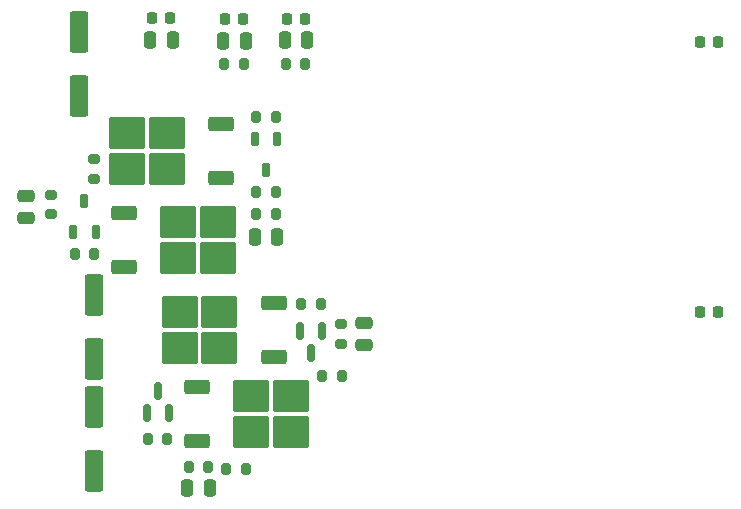
<source format=gbr>
%TF.GenerationSoftware,KiCad,Pcbnew,7.0.11*%
%TF.CreationDate,2024-12-01T20:51:01+09:00*%
%TF.ProjectId,AudioAmp_v0,41756469-6f41-46d7-905f-76302e6b6963,rev?*%
%TF.SameCoordinates,Original*%
%TF.FileFunction,Paste,Top*%
%TF.FilePolarity,Positive*%
%FSLAX46Y46*%
G04 Gerber Fmt 4.6, Leading zero omitted, Abs format (unit mm)*
G04 Created by KiCad (PCBNEW 7.0.11) date 2024-12-01 20:51:01*
%MOMM*%
%LPD*%
G01*
G04 APERTURE LIST*
G04 Aperture macros list*
%AMRoundRect*
0 Rectangle with rounded corners*
0 $1 Rounding radius*
0 $2 $3 $4 $5 $6 $7 $8 $9 X,Y pos of 4 corners*
0 Add a 4 corners polygon primitive as box body*
4,1,4,$2,$3,$4,$5,$6,$7,$8,$9,$2,$3,0*
0 Add four circle primitives for the rounded corners*
1,1,$1+$1,$2,$3*
1,1,$1+$1,$4,$5*
1,1,$1+$1,$6,$7*
1,1,$1+$1,$8,$9*
0 Add four rect primitives between the rounded corners*
20,1,$1+$1,$2,$3,$4,$5,0*
20,1,$1+$1,$4,$5,$6,$7,0*
20,1,$1+$1,$6,$7,$8,$9,0*
20,1,$1+$1,$8,$9,$2,$3,0*%
G04 Aperture macros list end*
%ADD10RoundRect,0.200000X0.200000X0.275000X-0.200000X0.275000X-0.200000X-0.275000X0.200000X-0.275000X0*%
%ADD11RoundRect,0.150000X0.150000X-0.587500X0.150000X0.587500X-0.150000X0.587500X-0.150000X-0.587500X0*%
%ADD12RoundRect,0.225000X-0.225000X-0.250000X0.225000X-0.250000X0.225000X0.250000X-0.225000X0.250000X0*%
%ADD13RoundRect,0.200000X-0.200000X-0.275000X0.200000X-0.275000X0.200000X0.275000X-0.200000X0.275000X0*%
%ADD14RoundRect,0.250000X0.850000X0.350000X-0.850000X0.350000X-0.850000X-0.350000X0.850000X-0.350000X0*%
%ADD15RoundRect,0.250000X1.275000X1.125000X-1.275000X1.125000X-1.275000X-1.125000X1.275000X-1.125000X0*%
%ADD16RoundRect,0.250000X-0.550000X1.500000X-0.550000X-1.500000X0.550000X-1.500000X0.550000X1.500000X0*%
%ADD17RoundRect,0.250000X0.475000X-0.250000X0.475000X0.250000X-0.475000X0.250000X-0.475000X-0.250000X0*%
%ADD18RoundRect,0.162500X0.162500X-0.447500X0.162500X0.447500X-0.162500X0.447500X-0.162500X-0.447500X0*%
%ADD19RoundRect,0.250000X0.550000X-1.500000X0.550000X1.500000X-0.550000X1.500000X-0.550000X-1.500000X0*%
%ADD20RoundRect,0.250000X0.250000X0.475000X-0.250000X0.475000X-0.250000X-0.475000X0.250000X-0.475000X0*%
%ADD21RoundRect,0.250000X-0.250000X-0.475000X0.250000X-0.475000X0.250000X0.475000X-0.250000X0.475000X0*%
%ADD22RoundRect,0.225000X0.225000X0.250000X-0.225000X0.250000X-0.225000X-0.250000X0.225000X-0.250000X0*%
%ADD23RoundRect,0.200000X-0.275000X0.200000X-0.275000X-0.200000X0.275000X-0.200000X0.275000X0.200000X0*%
%ADD24RoundRect,0.150000X-0.150000X0.587500X-0.150000X-0.587500X0.150000X-0.587500X0.150000X0.587500X0*%
%ADD25RoundRect,0.250000X-0.850000X-0.350000X0.850000X-0.350000X0.850000X0.350000X-0.850000X0.350000X0*%
%ADD26RoundRect,0.250000X-1.275000X-1.125000X1.275000X-1.125000X1.275000X1.125000X-1.275000X1.125000X0*%
%ADD27RoundRect,0.162500X-0.162500X0.447500X-0.162500X-0.447500X0.162500X-0.447500X0.162500X0.447500X0*%
G04 APERTURE END LIST*
D10*
%TO.C,R22*%
X31940000Y-20320000D03*
X30290000Y-20320000D03*
%TD*%
D11*
%TO.C,Q7*%
X20994083Y-45387500D03*
X22894083Y-45387500D03*
X21944083Y-43512500D03*
%TD*%
D12*
%TO.C,C7*%
X32838876Y-12023612D03*
X34388876Y-12023612D03*
%TD*%
D13*
%TO.C,R27*%
X35871795Y-42241208D03*
X37521795Y-42241208D03*
%TD*%
D12*
%TO.C,C6*%
X27606841Y-12054955D03*
X29156841Y-12054955D03*
%TD*%
D14*
%TO.C,Q1*%
X31750000Y-40640000D03*
D15*
X27125000Y-39885000D03*
X27125000Y-36835000D03*
X23775000Y-39885000D03*
X23775000Y-36835000D03*
D14*
X31750000Y-36080000D03*
%TD*%
D10*
%TO.C,R17*%
X29192507Y-15864955D03*
X27542507Y-15864955D03*
%TD*%
D16*
%TO.C,C1*%
X15240000Y-13175000D03*
X15240000Y-18575000D03*
%TD*%
D17*
%TO.C,C14*%
X10795000Y-28890000D03*
X10795000Y-26990000D03*
%TD*%
D13*
%TO.C,R24*%
X30290000Y-28575000D03*
X31940000Y-28575000D03*
%TD*%
D18*
%TO.C,Q4*%
X14775148Y-30061082D03*
X16675148Y-30061082D03*
X15725148Y-27441082D03*
%TD*%
D13*
%TO.C,R30*%
X27750000Y-50165000D03*
X29400000Y-50165000D03*
%TD*%
D10*
%TO.C,R28*%
X22731717Y-47625000D03*
X21081717Y-47625000D03*
%TD*%
D13*
%TO.C,R25*%
X34100000Y-36195000D03*
X35750000Y-36195000D03*
%TD*%
D19*
%TO.C,C19*%
X16510000Y-50325000D03*
X16510000Y-44925000D03*
%TD*%
D20*
%TO.C,C15*%
X32065000Y-30480000D03*
X30165000Y-30480000D03*
%TD*%
D21*
%TO.C,C8*%
X27464443Y-13925586D03*
X29364443Y-13925586D03*
%TD*%
D19*
%TO.C,C18*%
X16510000Y-40800000D03*
X16510000Y-35400000D03*
%TD*%
D22*
%TO.C,C12*%
X69355000Y-13970000D03*
X67805000Y-13970000D03*
%TD*%
D20*
%TO.C,C17*%
X26318306Y-51779805D03*
X24418306Y-51779805D03*
%TD*%
D22*
%TO.C,C13*%
X69355000Y-36830000D03*
X67805000Y-36830000D03*
%TD*%
D21*
%TO.C,C2*%
X21283454Y-13820195D03*
X23183454Y-13820195D03*
%TD*%
D23*
%TO.C,R19*%
X12890000Y-26925000D03*
X12890000Y-28575000D03*
%TD*%
D24*
%TO.C,Q3*%
X35875000Y-38432500D03*
X33975000Y-38432500D03*
X34925000Y-40307500D03*
%TD*%
D10*
%TO.C,R18*%
X34438876Y-15833612D03*
X32788876Y-15833612D03*
%TD*%
D25*
%TO.C,Q2*%
X19050000Y-28460000D03*
D26*
X23675000Y-29215000D03*
X23675000Y-32265000D03*
X27025000Y-29215000D03*
X27025000Y-32265000D03*
D25*
X19050000Y-33020000D03*
%TD*%
D13*
%TO.C,R21*%
X14900148Y-31926082D03*
X16550148Y-31926082D03*
%TD*%
D14*
%TO.C,Q6*%
X27305000Y-25515000D03*
D15*
X22680000Y-24760000D03*
X22680000Y-21710000D03*
X19330000Y-24760000D03*
X19330000Y-21710000D03*
D14*
X27305000Y-20955000D03*
%TD*%
D27*
%TO.C,Q5*%
X32065000Y-22185000D03*
X30165000Y-22185000D03*
X31115000Y-24805000D03*
%TD*%
D12*
%TO.C,C3*%
X21420325Y-11926931D03*
X22970325Y-11926931D03*
%TD*%
D13*
%TO.C,R29*%
X24543306Y-49952335D03*
X26193306Y-49952335D03*
%TD*%
D23*
%TO.C,R26*%
X37465000Y-37910000D03*
X37465000Y-39560000D03*
%TD*%
D13*
%TO.C,R23*%
X30290000Y-26670000D03*
X31940000Y-26670000D03*
%TD*%
D21*
%TO.C,C9*%
X32663876Y-13839580D03*
X34563876Y-13839580D03*
%TD*%
D23*
%TO.C,R20*%
X16510000Y-23940000D03*
X16510000Y-25590000D03*
%TD*%
D17*
%TO.C,C16*%
X39370000Y-39685000D03*
X39370000Y-37785000D03*
%TD*%
D25*
%TO.C,Q8*%
X25220000Y-43185000D03*
D26*
X29845000Y-43940000D03*
X29845000Y-46990000D03*
X33195000Y-43940000D03*
X33195000Y-46990000D03*
D25*
X25220000Y-47745000D03*
%TD*%
M02*

</source>
